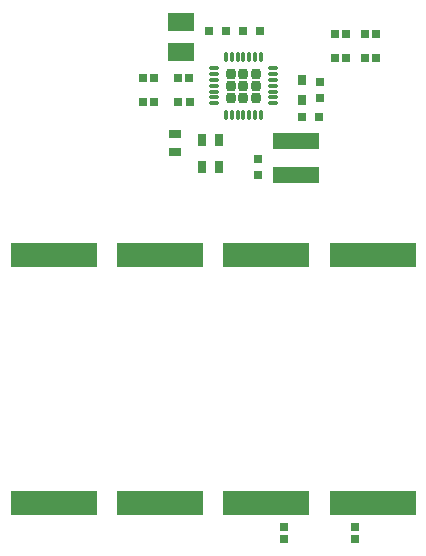
<source format=gbr>
%TF.GenerationSoftware,KiCad,Pcbnew,9.99.0-1490-gab75263b91*%
%TF.CreationDate,2025-06-04T22:15:06+10:00*%
%TF.ProjectId,energy_harvesting_board,656e6572-6779-45f6-9861-727665737469,rev?*%
%TF.SameCoordinates,Original*%
%TF.FileFunction,Paste,Top*%
%TF.FilePolarity,Positive*%
%FSLAX46Y46*%
G04 Gerber Fmt 4.6, Leading zero omitted, Abs format (unit mm)*
G04 Created by KiCad (PCBNEW 9.99.0-1490-gab75263b91) date 2025-06-04 22:15:06*
%MOMM*%
%LPD*%
G01*
G04 APERTURE LIST*
G04 Aperture macros list*
%AMRoundRect*
0 Rectangle with rounded corners*
0 $1 Rounding radius*
0 $2 $3 $4 $5 $6 $7 $8 $9 X,Y pos of 4 corners*
0 Add a 4 corners polygon primitive as box body*
4,1,4,$2,$3,$4,$5,$6,$7,$8,$9,$2,$3,0*
0 Add four circle primitives for the rounded corners*
1,1,$1+$1,$2,$3*
1,1,$1+$1,$4,$5*
1,1,$1+$1,$6,$7*
1,1,$1+$1,$8,$9*
0 Add four rect primitives between the rounded corners*
20,1,$1+$1,$2,$3,$4,$5,0*
20,1,$1+$1,$4,$5,$6,$7,0*
20,1,$1+$1,$6,$7,$8,$9,0*
20,1,$1+$1,$8,$9,$2,$3,0*%
G04 Aperture macros list end*
%ADD10R,7.400000X2.000000*%
%ADD11RoundRect,0.082550X-0.247650X0.297450X-0.247650X-0.297450X0.247650X-0.297450X0.247650X0.297450X0*%
%ADD12R,0.700000X0.650000*%
%ADD13R,2.200000X1.550000*%
%ADD14R,1.000000X0.800000*%
%ADD15RoundRect,0.082550X0.247650X-0.297450X0.247650X0.297450X-0.247650X0.297450X-0.247650X-0.297450X0*%
%ADD16R,3.890000X1.450000*%
%ADD17RoundRect,0.082550X-0.297450X-0.247650X0.297450X-0.247650X0.297450X0.247650X-0.297450X0.247650X0*%
%ADD18RoundRect,0.082550X0.297450X0.247650X-0.297450X0.247650X-0.297450X-0.247650X0.297450X-0.247650X0*%
%ADD19RoundRect,0.207500X0.207500X0.207500X-0.207500X0.207500X-0.207500X-0.207500X0.207500X-0.207500X0*%
%ADD20RoundRect,0.075000X0.337500X0.075000X-0.337500X0.075000X-0.337500X-0.075000X0.337500X-0.075000X0*%
%ADD21RoundRect,0.075000X0.075000X0.337500X-0.075000X0.337500X-0.075000X-0.337500X0.075000X-0.337500X0*%
%ADD22R,0.650000X0.700000*%
%ADD23R,0.800000X1.000000*%
%ADD24R,0.700000X0.950000*%
G04 APERTURE END LIST*
D10*
%TO.C,BT2*%
X153001100Y-127253600D03*
X153001100Y-106253600D03*
%TD*%
D11*
%TO.C,C5*%
X152451100Y-87253600D03*
X151051100Y-87253600D03*
%TD*%
D10*
%TO.C,BT1*%
X162001100Y-127253600D03*
X162001100Y-106253600D03*
%TD*%
D12*
%TO.C,R4*%
X143476100Y-91253600D03*
X142526100Y-91253600D03*
%TD*%
D11*
%TO.C,C4*%
X149551100Y-87278600D03*
X148151100Y-87278600D03*
%TD*%
D13*
%TO.C,C3*%
X145751100Y-89003600D03*
X145751100Y-86503600D03*
%TD*%
D14*
%TO.C,R6*%
X145251100Y-97503600D03*
X145251100Y-96003600D03*
%TD*%
D12*
%TO.C,R2*%
X159751100Y-87503600D03*
X158801100Y-87503600D03*
%TD*%
D15*
%TO.C,C2*%
X156051100Y-94503600D03*
X157451100Y-94503600D03*
%TD*%
D12*
%TO.C,R3*%
X159751100Y-89503600D03*
X158801100Y-89503600D03*
%TD*%
D16*
%TO.C,L1*%
X155501100Y-96528600D03*
X155501100Y-99478600D03*
%TD*%
D17*
%TO.C,C1*%
X152251100Y-98053600D03*
X152251100Y-99453600D03*
%TD*%
D18*
%TO.C,C6*%
X157501100Y-92953600D03*
X157501100Y-91553600D03*
%TD*%
D10*
%TO.C,BT3*%
X144001100Y-127253600D03*
X144001100Y-106253600D03*
%TD*%
D19*
%TO.C,U1*%
X152080000Y-92910000D03*
X152080000Y-91880000D03*
X152080000Y-90850000D03*
X151050000Y-92910000D03*
X151050000Y-91880000D03*
X151050000Y-90850000D03*
X150020000Y-92910000D03*
X150020000Y-91880000D03*
X150020000Y-90850000D03*
D20*
X153512500Y-93380000D03*
X153512500Y-92880000D03*
X153512500Y-92380000D03*
X153512500Y-91880000D03*
X153512500Y-91380000D03*
X153512500Y-90880000D03*
X153512500Y-90380000D03*
D21*
X152550000Y-89417500D03*
X152050000Y-89417500D03*
X151550000Y-89417500D03*
X151050000Y-89417500D03*
X150550000Y-89417500D03*
X150050000Y-89417500D03*
X149550000Y-89417500D03*
D20*
X148587500Y-90380000D03*
X148587500Y-90880000D03*
X148587500Y-91380000D03*
X148587500Y-91880000D03*
X148587500Y-92380000D03*
X148587500Y-92880000D03*
X148587500Y-93380000D03*
D21*
X149550000Y-94342500D03*
X150050000Y-94342500D03*
X150550000Y-94342500D03*
X151050000Y-94342500D03*
X151550000Y-94342500D03*
X152050000Y-94342500D03*
X152550000Y-94342500D03*
%TD*%
D10*
%TO.C,BT4*%
X135001100Y-127253600D03*
X135001100Y-106253600D03*
%TD*%
D22*
%TO.C,R13*%
X160501100Y-129278600D03*
X160501100Y-130228600D03*
%TD*%
D12*
%TO.C,R11*%
X146501100Y-93253600D03*
X145551100Y-93253600D03*
%TD*%
%TO.C,R10*%
X146476100Y-91253600D03*
X145526100Y-91253600D03*
%TD*%
D23*
%TO.C,R7*%
X149001100Y-98753600D03*
X147501100Y-98753600D03*
%TD*%
D12*
%TO.C,R8*%
X162276100Y-87503600D03*
X161326100Y-87503600D03*
%TD*%
D22*
%TO.C,R14*%
X154501100Y-129278600D03*
X154501100Y-130228600D03*
%TD*%
D12*
%TO.C,R5*%
X143476100Y-93253600D03*
X142526100Y-93253600D03*
%TD*%
D23*
%TO.C,R12*%
X147501100Y-96503600D03*
X149001100Y-96503600D03*
%TD*%
D24*
%TO.C,L2*%
X156001100Y-93078600D03*
X156001100Y-91428600D03*
%TD*%
D12*
%TO.C,R9*%
X162276100Y-89503600D03*
X161326100Y-89503600D03*
%TD*%
M02*

</source>
